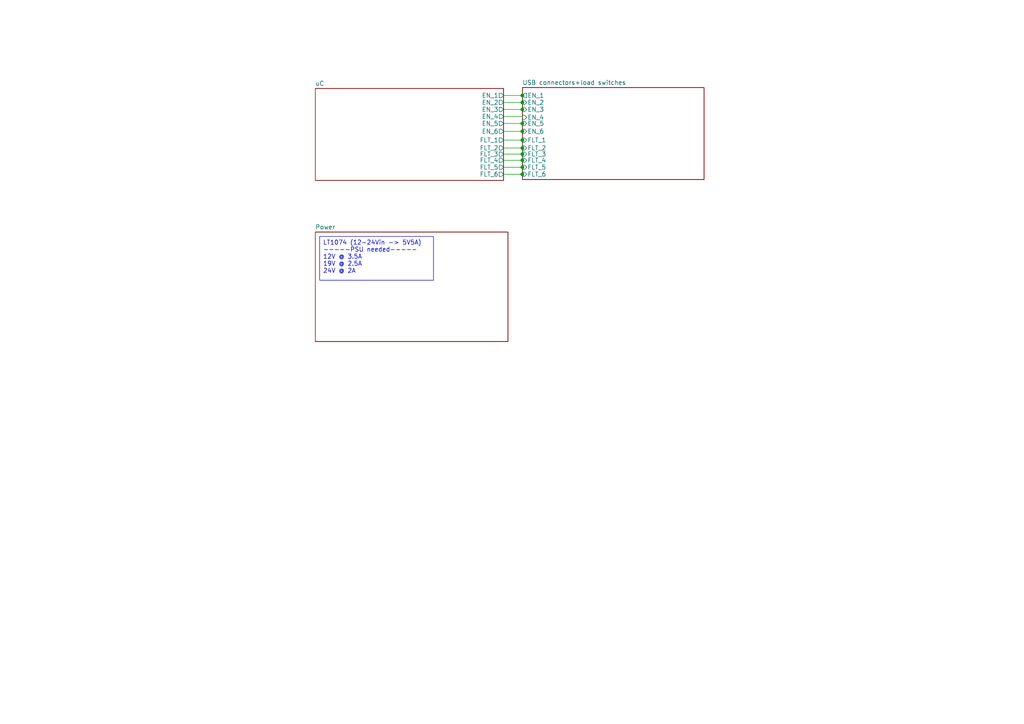
<source format=kicad_sch>
(kicad_sch (version 20230121) (generator eeschema)
  (paper "A4")
  (lib_symbols)
  (junction (at 151.511 35.814))
  (junction (at 151.511 48.514))
  (junction (at 151.511 44.704))
  (junction (at 151.511 31.75))
  (junction (at 151.511 42.926))
  (junction (at 151.511 50.546))
  (junction (at 151.511 27.686))
  (junction (at 151.511 46.482))
  (junction (at 151.511 29.718))
  (junction (at 151.511 40.64))
  (junction (at 151.511 38.1))
  (wire (pts (xy 146.05 38.1) (xy 151.511 38.1)))
  (wire (pts (xy 146.05 29.718) (xy 151.511 29.718)))
  (wire (pts (xy 151.511 48.514) (xy 151.638 48.514)))
  (wire (pts (xy 146.05 27.686) (xy 151.511 27.686)))
  (wire (pts (xy 146.05 33.782) (xy 151.638 33.782)))
  (wire (pts (xy 151.511 35.814) (xy 151.638 35.814)))
  (wire (pts (xy 151.511 31.75) (xy 151.638 31.75)))
  (wire (pts (xy 151.511 29.718) (xy 151.638 29.718)))
  (wire (pts (xy 151.511 38.1) (xy 151.638 38.1)))
  (wire (pts (xy 151.511 40.64) (xy 151.638 40.64)))
  (wire (pts (xy 151.511 42.926) (xy 151.638 42.926)))
  (wire (pts (xy 146.05 46.482) (xy 151.511 46.482)))
  (wire (pts (xy 146.05 42.926) (xy 151.511 42.926)))
  (wire (pts (xy 146.05 50.546) (xy 151.511 50.546)))
  (wire (pts (xy 151.511 50.546) (xy 151.638 50.546)))
  (wire (pts (xy 151.511 44.704) (xy 151.638 44.704)))
  (wire (pts (xy 151.511 46.482) (xy 151.638 46.482)))
  (wire (pts (xy 146.05 48.514) (xy 151.511 48.514)))
  (wire (pts (xy 146.05 40.64) (xy 151.511 40.64)))
  (wire (pts (xy 146.05 35.814) (xy 151.511 35.814)))
  (wire (pts (xy 146.05 44.704) (xy 151.511 44.704)))
  (wire (pts (xy 151.511 27.686) (xy 151.638 27.686)))
  (wire (pts (xy 146.05 31.75) (xy 151.511 31.75)))
  (text_box "LT1074 (12-24Vin -> 5V5A)\n-----PSU needed-----\n12V @ 3.5A\n19V @ 2.5A \n24V @ 2A\n" (at 92.71 68.58 0) (size 33.02 12.7) (effects (font (size 1.27 1.27)) (justify left top)))
  (sheet (at 151.511 25.4) (size 52.705 26.67) (stroke (width 0.1524))
    (property "Sheetname" "USB connectors+load switches" (at 151.511 24.6884 0) (effects (justify left bottom)))
    (property "Sheetfile" "untitled.kicad_sch" (effects hide))
    (pin "EN_1" output (at 151.511 27.686 180))
    (pin "FLT_1" input (at 151.511 40.64 180))
    (pin "FLT_2" input (at 151.511 42.926 180))
    (pin "EN_2" input (at 151.511 29.718 180))
    (pin "EN_3" input (at 151.511 31.75 180))
    (pin "FLT_3" input (at 151.511 44.704 180))
    (pin "EN_6" input (at 151.511 38.1 180))
    (pin "EN_5" input (at 151.511 35.814 180))
    (pin "EN_4" input (at 151.511 34.036 180))
    (pin "FLT_6" input (at 151.511 50.546 180))
    (pin "FLT_5" input (at 151.511 48.514 180))
    (pin "FLT_4" input (at 151.511 46.482 180))
  )
  (sheet (at 91.44 67.31) (size 55.88 31.75) (stroke (width 0.1524))
    (property "Sheetname" "Power" (at 91.44 66.5984 0) (effects (justify left bottom)))
    (property "Sheetfile" "power.kicad_sch" (effects hide))
  )
  (sheet (at 91.44 25.654) (size 54.61 26.67) (stroke (width 0.1524))
    (property "Sheetname" "uC" (at 91.44 24.9424 0) (effects (justify left bottom)))
    (property "Sheetfile" "uC.kicad_sch" (effects hide))
    (pin "EN_1" output (at 146.05 27.686 0))
    (pin "EN_2" output (at 146.05 29.718 0))
    (pin "EN_3" output (at 146.05 31.75 0))
    (pin "EN_4" output (at 146.05 33.782 0))
    (pin "EN_5" output (at 146.05 35.814 0))
    (pin "EN_6" output (at 146.05 38.1 0))
    (pin "FLT_1" output (at 146.05 40.64 0))
    (pin "FLT_2" output (at 146.05 42.926 0))
    (pin "FLT_3" output (at 146.05 44.704 0))
    (pin "FLT_6" output (at 146.05 50.546 0))
    (pin "FLT_5" output (at 146.05 48.514 0))
    (pin "FLT_4" output (at 146.05 46.482 0))
  )
)
</source>
